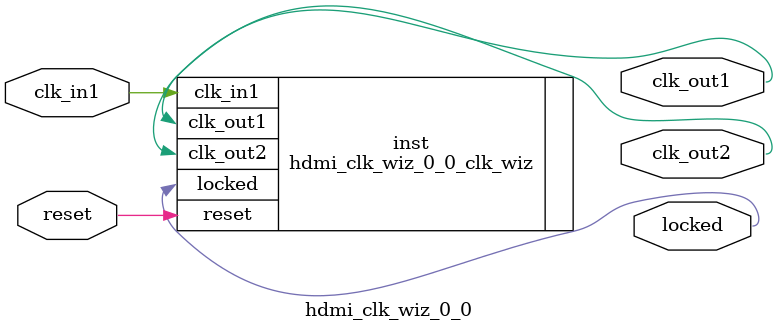
<source format=v>


`timescale 1ps/1ps

(* CORE_GENERATION_INFO = "hdmi_clk_wiz_0_0,clk_wiz_v6_0_1_0_0,{component_name=hdmi_clk_wiz_0_0,use_phase_alignment=true,use_min_o_jitter=false,use_max_i_jitter=false,use_dyn_phase_shift=false,use_inclk_switchover=false,use_dyn_reconfig=false,enable_axi=0,feedback_source=FDBK_AUTO,PRIMITIVE=MMCM,num_out_clk=2,clkin1_period=10.000,clkin2_period=10.000,use_power_down=false,use_reset=true,use_locked=true,use_inclk_stopped=false,feedback_type=SINGLE,CLOCK_MGR_TYPE=NA,manual_override=false}" *)

module hdmi_clk_wiz_0_0 
 (
  // Clock out ports
  output        clk_out1,
  output        clk_out2,
  // Status and control signals
  input         reset,
  output        locked,
 // Clock in ports
  input         clk_in1
 );

  hdmi_clk_wiz_0_0_clk_wiz inst
  (
  // Clock out ports  
  .clk_out1(clk_out1),
  .clk_out2(clk_out2),
  // Status and control signals               
  .reset(reset), 
  .locked(locked),
 // Clock in ports
  .clk_in1(clk_in1)
  );

endmodule

</source>
